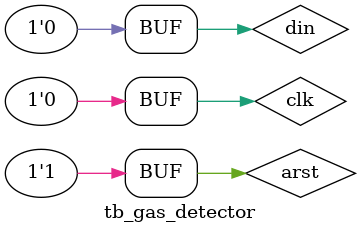
<source format=v>
module tb_gas_detector;

	// Inputs
	reg arst;
	reg clk;
	reg din;

	// Outputs
	wire [2:0] dout;

	// Instantiate the Unit Under Test (UUT)
	GasDetectorSensor uut (
		.arst(arst), 
		.clk(clk), 
		.din(din), 
		.dout(dout)
	);

	initial begin
		// Initialize Inputs
		arst = 0;
		clk = 0;
		din = 0;
		//test sequence 1
		#10;
		arst=1;
		clk=1;
		din=1;
		
		#10;
		arst=1;
		clk=0;
		din=1;
		
		#10;
		arst=1;
		clk=1;
		din=0;
		
		#10;
		arst=1;
		clk=0;
		din=0;
		
		#10;
		arst=1;
		clk=1;
		din=1;
		
		#10;
		arst=1;
		clk=0;
		din=1;
		
		#10;
		arst=1;
		clk=1;
		din=1;
		
		#10;
		arst=1;
		clk=0;
		din=1;
		
		#10;
		arst=1;
		clk=1;
		din=1;
		
		#10;
		arst=1;
		clk=0;
		din=1;
		
		#10;
		arst=1;
		clk=1;
		din=0;
		
		#10;
		arst=1;
		clk=0;
		din=0;
		
		#10;
		arst=1;
		clk=1;
		din=1;
		
		#10;
		arst=1;
		clk=0;
		din=1;
		
		#10;
		arst=1;
		clk=1;
		din=0;
		
		#10;
		arst=1;
		clk=0;
		din=0;
		
		#10;
		arst=1;
		clk=1;
		din=1;
		
		#10;
		arst=1;
		clk=0;
		din=1;
		
		#10;
		arst=1;
		clk=1;
		din=0;
		
		#10;
		arst=1;
		clk=0;
		din=0;
		//end test of sequence 1
		#10;
		arst=1;
		clk=1;
		din=0;
		
		#10;
		arst=1;
		clk=0;
		din=0;
		
		#10;
		arst=1;
		clk=1;
		din=1;
		
		#10;
		arst=1;
		clk=0;
		din=1;
		
		#10;
		arst=1;
		clk=1;
		din=0;
		
		#10;
		arst=1;
		clk=0;
		din=0;
		
		#10;
		arst=1;
		clk=1;
		din=0;
		
		#10;
		arst=1;
		clk=0;
		din=0;
		
		#10;
		arst=1;
		clk=1;
		din=1;
		
		#10;
		arst=1;
		clk=0;
		din=1;
		
		
		#10;
		arst=1;
		clk=1;
		din=1;
		
		#10;
		arst=1;
		clk=0;
		din=1;
		
		//end test of sequence 2
		
		//test sequence 3
		#10;
		arst=1;
		clk=1;
		din=0;
		
		#10;
		arst=1;
		clk=0;
		din=0;
		
		#10;
		arst=1;
		clk=1;
		din=0;
		
		#10;
		arst=1;
		clk=0;
		din=0;
		
		#10;
		arst=1;
		clk=1;
		din=1;
		
		#10;
		arst=1;
		clk=0;
		din=1;
		
		#10;
		arst=1;
		clk=1;
		din=0;
		
		#10;
		arst=1;
		clk=0;
		din=0;
		
		#10;
		arst=1;
		clk=1;
		din=0;
		
		#10;
		arst=1;
		clk=0;
		din=0;
		
		#10;
		arst=1;
		clk=1;
		din=1;
		
		#10;
		arst=1;
		clk=0;
		din=1;
		
		#10;
		arst=1;
		clk=1;
		din=0;
		
		#10;
		arst=1;
		clk=0;
		din=0;
		
		#10;
		arst=1;
		clk=1;
		din=0;
		
		#10;
		arst=1;
		clk=0;
		din=0;
		//end test of sequence 3
		
	end
      
endmodule
</source>
